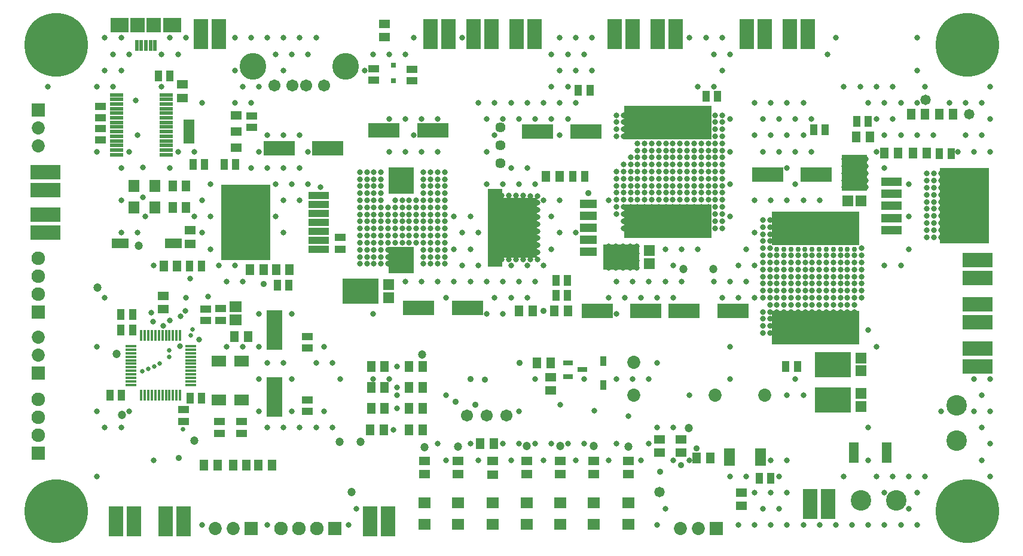
<source format=gts>
G04*
G04 #@! TF.GenerationSoftware,Altium Limited,Altium Designer,21.7.2 (23)*
G04*
G04 Layer_Color=8388736*
%FSLAX25Y25*%
%MOIN*%
G70*
G04*
G04 #@! TF.SameCoordinates,B7E76543-6187-4393-8A72-02BF7DF05099*
G04*
G04*
G04 #@! TF.FilePolarity,Negative*
G04*
G01*
G75*
%ADD21R,0.08674X0.22453*%
%ADD22R,0.08280X0.05918*%
%ADD23R,0.09461X0.05524*%
%ADD24R,0.04737X0.06312*%
%ADD25R,0.06312X0.04737*%
%ADD26R,0.05500X0.11200*%
%ADD27R,0.06706X0.06312*%
%ADD28R,0.06312X0.06706*%
%ADD29R,0.48831X0.18713*%
%ADD30R,0.06587X0.05859*%
%ADD31R,0.09855X0.08280*%
%ADD32R,0.07887X0.08280*%
%ADD33R,0.01968X0.05906*%
%ADD34R,0.05721X0.03162*%
%ADD35R,0.07244X0.02323*%
%ADD36R,0.06312X0.01981*%
%ADD37R,0.27769X0.42139*%
%ADD38R,0.11824X0.04934*%
%ADD39R,0.09304X0.05013*%
%ADD40R,0.08320X0.43320*%
%ADD41R,0.20800X0.33595*%
%ADD42R,0.05918X0.13595*%
%ADD43R,0.05918X0.04540*%
%ADD44R,0.01575X0.06201*%
%ADD45R,0.06201X0.01575*%
%ADD46R,0.11824X0.04343*%
%ADD47R,0.03162X0.03162*%
%ADD48R,0.03753X0.05524*%
%ADD49R,0.06272X0.06312*%
%ADD50R,0.14028X0.19934*%
%ADD51R,0.06312X0.06272*%
%ADD52R,0.19934X0.14028*%
%ADD53R,0.04383X0.06272*%
%ADD54R,0.06272X0.04383*%
%ADD55R,0.17335X0.07887*%
%ADD56R,0.14186X0.14973*%
%ADD57C,0.05682*%
%ADD58C,0.07296*%
%ADD59R,0.08477X0.16548*%
%ADD60R,0.07591X0.07591*%
%ADD61C,0.07591*%
%ADD62R,0.07591X0.07591*%
%ADD63C,0.14855*%
%ADD64C,0.06706*%
%ADD65R,0.07296X0.07296*%
%ADD66R,0.07296X0.07296*%
%ADD67R,0.16548X0.08477*%
%ADD68C,0.11430*%
%ADD69C,0.06753*%
%ADD70C,0.35433*%
%ADD71C,0.04737*%
%ADD72C,0.02562*%
%ADD73C,0.03162*%
%ADD74C,0.02992*%
%ADD75C,0.03556*%
%ADD76C,0.05800*%
D21*
X-403937Y-213976D02*
D03*
Y-176575D02*
D03*
D22*
X-422146Y-215650D02*
D03*
Y-193996D02*
D03*
X-434744D02*
D03*
Y-215650D02*
D03*
D23*
X-489764Y-128445D02*
D03*
X-460236D02*
D03*
D24*
X-350000Y-196850D02*
D03*
X-342520D02*
D03*
X-267421Y-166043D02*
D03*
X-259941D02*
D03*
X-417395Y-142935D02*
D03*
X-409915D02*
D03*
X-244980Y-91043D02*
D03*
X-252461D02*
D03*
X-328740Y-196850D02*
D03*
X-321260D02*
D03*
X-460630Y-108268D02*
D03*
X-453150D02*
D03*
X-460630Y-96457D02*
D03*
X-453150D02*
D03*
X-47736Y-78150D02*
D03*
X-40256D02*
D03*
X-56299Y-77953D02*
D03*
X-63779D02*
D03*
X-72047Y-69095D02*
D03*
X-79528D02*
D03*
X-161024Y-248130D02*
D03*
X-168504D02*
D03*
X-281693Y-240158D02*
D03*
X-289173D02*
D03*
X-247736Y-166043D02*
D03*
X-240256D02*
D03*
X-405315Y-251969D02*
D03*
X-412795D02*
D03*
X-418701Y-180315D02*
D03*
X-426181D02*
D03*
X-426968Y-251969D02*
D03*
X-419488D02*
D03*
X-443110D02*
D03*
X-435630D02*
D03*
X-458071Y-141043D02*
D03*
X-465551D02*
D03*
X-403055Y-142935D02*
D03*
X-395575D02*
D03*
X-350000Y-220472D02*
D03*
X-342520D02*
D03*
X-350000Y-208661D02*
D03*
X-342520D02*
D03*
X-350394Y-232283D02*
D03*
X-342913D02*
D03*
X-48819Y-56299D02*
D03*
X-41339D02*
D03*
X-328740Y-220472D02*
D03*
X-321260D02*
D03*
X-328740Y-208661D02*
D03*
X-321260D02*
D03*
X-250000Y-194882D02*
D03*
X-257480D02*
D03*
X-328740Y-232283D02*
D03*
X-321260D02*
D03*
X-33071Y-56299D02*
D03*
X-25591D02*
D03*
D25*
X-282354Y-257168D02*
D03*
Y-249687D02*
D03*
X-455118Y-47244D02*
D03*
Y-39764D02*
D03*
X-342520Y-13386D02*
D03*
Y-5906D02*
D03*
X-143701Y-267323D02*
D03*
Y-274803D02*
D03*
X-189075Y-237598D02*
D03*
Y-245079D02*
D03*
X-177165Y-237598D02*
D03*
Y-245079D02*
D03*
X-466043Y-157677D02*
D03*
Y-165157D02*
D03*
X-450787Y-128543D02*
D03*
Y-121063D02*
D03*
X-250000Y-210433D02*
D03*
Y-202953D02*
D03*
X-301575Y-257087D02*
D03*
Y-249606D02*
D03*
X-320276Y-257087D02*
D03*
Y-249606D02*
D03*
X-206496Y-257087D02*
D03*
Y-249606D02*
D03*
X-225787Y-257087D02*
D03*
Y-249606D02*
D03*
X-244488Y-257087D02*
D03*
Y-249606D02*
D03*
X-263189Y-257087D02*
D03*
Y-249606D02*
D03*
D26*
X-62454Y-244882D02*
D03*
X-80853D02*
D03*
D27*
X-282354Y-284924D02*
D03*
Y-273113D02*
D03*
X-301575Y-284842D02*
D03*
Y-273031D02*
D03*
X-320276Y-284842D02*
D03*
Y-273031D02*
D03*
X-206496Y-284842D02*
D03*
Y-273031D02*
D03*
X-225787Y-284842D02*
D03*
Y-273031D02*
D03*
X-244488Y-284842D02*
D03*
Y-273031D02*
D03*
X-263189Y-284842D02*
D03*
Y-273031D02*
D03*
D28*
X-482283Y-108268D02*
D03*
X-470472D02*
D03*
X-482283Y-96457D02*
D03*
X-470472D02*
D03*
D29*
X-102067Y-120079D02*
D03*
Y-175197D02*
D03*
X-184547Y-60925D02*
D03*
Y-116043D02*
D03*
D30*
X-425591Y-171152D02*
D03*
Y-163494D02*
D03*
D31*
X-490354Y-6693D02*
D03*
X-460827D02*
D03*
D32*
X-480118D02*
D03*
X-471063D02*
D03*
D33*
X-480709Y-17913D02*
D03*
X-478150D02*
D03*
X-475591D02*
D03*
X-473032D02*
D03*
X-470472D02*
D03*
D34*
X-240354Y-195059D02*
D03*
Y-202579D02*
D03*
X-232087Y-198819D02*
D03*
D35*
X-464173Y-78839D02*
D03*
Y-76279D02*
D03*
Y-73721D02*
D03*
Y-71161D02*
D03*
Y-68602D02*
D03*
Y-66043D02*
D03*
Y-63484D02*
D03*
Y-60925D02*
D03*
Y-58366D02*
D03*
Y-55807D02*
D03*
Y-53248D02*
D03*
Y-50689D02*
D03*
Y-48130D02*
D03*
Y-45571D02*
D03*
X-491732D02*
D03*
Y-48130D02*
D03*
Y-50689D02*
D03*
Y-53248D02*
D03*
Y-55807D02*
D03*
Y-58366D02*
D03*
Y-60925D02*
D03*
Y-63484D02*
D03*
Y-66043D02*
D03*
Y-68602D02*
D03*
Y-71161D02*
D03*
Y-73721D02*
D03*
Y-76279D02*
D03*
Y-78839D02*
D03*
D36*
X-132874Y-243504D02*
D03*
Y-245472D02*
D03*
Y-247441D02*
D03*
Y-249409D02*
D03*
Y-251378D02*
D03*
X-150197D02*
D03*
Y-249409D02*
D03*
Y-247441D02*
D03*
Y-245472D02*
D03*
Y-243504D02*
D03*
D37*
X-19094Y-107480D02*
D03*
X-419958Y-116543D02*
D03*
D38*
X-59843Y-120866D02*
D03*
Y-114173D02*
D03*
Y-107480D02*
D03*
Y-100787D02*
D03*
Y-94095D02*
D03*
D39*
X-228744Y-132972D02*
D03*
Y-126279D02*
D03*
Y-119587D02*
D03*
Y-112894D02*
D03*
Y-106201D02*
D03*
D40*
X-280772Y-119587D02*
D03*
D41*
X-268012D02*
D03*
D42*
X-451575Y-66142D02*
D03*
D43*
X-425197Y-57126D02*
D03*
Y-66142D02*
D03*
Y-75157D02*
D03*
D44*
X-456496Y-213142D02*
D03*
X-458465D02*
D03*
X-460433D02*
D03*
X-462402D02*
D03*
X-464370D02*
D03*
X-466339D02*
D03*
X-468307D02*
D03*
X-470276D02*
D03*
X-472244D02*
D03*
X-474213D02*
D03*
X-476181D02*
D03*
X-478150D02*
D03*
Y-179772D02*
D03*
X-476181D02*
D03*
X-474213D02*
D03*
X-472244D02*
D03*
X-470276D02*
D03*
X-468307D02*
D03*
X-466339D02*
D03*
X-464370D02*
D03*
X-462402D02*
D03*
X-460433D02*
D03*
X-458465D02*
D03*
X-456496D02*
D03*
D45*
X-484008Y-207283D02*
D03*
Y-205315D02*
D03*
Y-203346D02*
D03*
Y-201378D02*
D03*
Y-199409D02*
D03*
Y-197441D02*
D03*
Y-195473D02*
D03*
Y-193504D02*
D03*
Y-191535D02*
D03*
Y-189567D02*
D03*
Y-187598D02*
D03*
Y-185630D02*
D03*
X-450638D02*
D03*
Y-187598D02*
D03*
Y-189567D02*
D03*
Y-191535D02*
D03*
Y-193504D02*
D03*
Y-195473D02*
D03*
Y-197441D02*
D03*
Y-199409D02*
D03*
Y-201378D02*
D03*
Y-203346D02*
D03*
Y-205315D02*
D03*
Y-207283D02*
D03*
D46*
X-379210Y-101543D02*
D03*
Y-106543D02*
D03*
Y-111543D02*
D03*
Y-116543D02*
D03*
Y-121543D02*
D03*
Y-126543D02*
D03*
Y-131543D02*
D03*
D47*
X-337402Y-37795D02*
D03*
Y-29134D02*
D03*
D48*
X-220472Y-207480D02*
D03*
Y-194095D02*
D03*
D49*
X-84114Y-104528D02*
D03*
X-76870D02*
D03*
D50*
X-80492Y-88850D02*
D03*
D51*
X-194953Y-139646D02*
D03*
Y-132402D02*
D03*
X-340353Y-158549D02*
D03*
Y-151305D02*
D03*
X-76842Y-219173D02*
D03*
Y-211929D02*
D03*
Y-199488D02*
D03*
Y-192244D02*
D03*
D52*
X-210630Y-136024D02*
D03*
X-356031Y-154927D02*
D03*
X-92520Y-215551D02*
D03*
Y-195866D02*
D03*
D53*
X-462126Y-35039D02*
D03*
X-468583D02*
D03*
X-26693Y-78248D02*
D03*
X-33150D02*
D03*
X-72756Y-60236D02*
D03*
X-79213D02*
D03*
X-103209Y-64862D02*
D03*
X-96752D02*
D03*
X-133543Y-259449D02*
D03*
X-127087D02*
D03*
X-156775Y-46420D02*
D03*
X-163232D02*
D03*
X-234409Y-43110D02*
D03*
X-227953D02*
D03*
X-246850Y-148917D02*
D03*
X-240394D02*
D03*
X-246850Y-157185D02*
D03*
X-240394D02*
D03*
X-402244Y-151673D02*
D03*
X-395787D02*
D03*
X-112323Y-197146D02*
D03*
X-118780D02*
D03*
X-449370Y-84252D02*
D03*
X-442913D02*
D03*
X-425591D02*
D03*
X-432047D02*
D03*
X-489449Y-168110D02*
D03*
X-482992D02*
D03*
X-489449Y-176772D02*
D03*
X-482992D02*
D03*
X-444410Y-214567D02*
D03*
X-450866D02*
D03*
X-495638Y-213011D02*
D03*
X-489182D02*
D03*
X-451083Y-141142D02*
D03*
X-444626D02*
D03*
X-231004Y-91043D02*
D03*
X-237461D02*
D03*
D54*
X-500787Y-64193D02*
D03*
Y-70650D02*
D03*
Y-58366D02*
D03*
Y-51909D02*
D03*
X-367323Y-131575D02*
D03*
Y-125118D02*
D03*
X-416535Y-63760D02*
D03*
Y-57303D02*
D03*
X-385433Y-186693D02*
D03*
Y-180236D02*
D03*
Y-222126D02*
D03*
Y-215669D02*
D03*
X-454724Y-227559D02*
D03*
Y-221102D02*
D03*
X-442126Y-164882D02*
D03*
Y-171339D02*
D03*
X-433858Y-164803D02*
D03*
Y-171260D02*
D03*
X-422244Y-227756D02*
D03*
Y-234213D02*
D03*
X-434646Y-227776D02*
D03*
Y-234232D02*
D03*
X-348425Y-31024D02*
D03*
Y-37480D02*
D03*
X-327165Y-31339D02*
D03*
Y-37795D02*
D03*
D55*
X-148327Y-166142D02*
D03*
X-175492D02*
D03*
X-101870Y-90158D02*
D03*
X-129035D02*
D03*
X-230118Y-66043D02*
D03*
X-257283D02*
D03*
X-224016Y-166043D02*
D03*
X-196850D02*
D03*
X-374213Y-75394D02*
D03*
X-401378D02*
D03*
X-342815Y-65256D02*
D03*
X-315650D02*
D03*
X-323425Y-164272D02*
D03*
X-296260D02*
D03*
D56*
X-333268Y-137697D02*
D03*
Y-93209D02*
D03*
D57*
X-278051Y-63622D02*
D03*
Y-73622D02*
D03*
Y-83622D02*
D03*
D58*
X-203543Y-194587D02*
D03*
X-130709Y-213090D02*
D03*
X-158268D02*
D03*
X-203543D02*
D03*
X-535433Y-64016D02*
D03*
Y-74016D02*
D03*
X-167480Y-287402D02*
D03*
X-177480D02*
D03*
X-535433Y-190551D02*
D03*
Y-180551D02*
D03*
X-427008Y-287402D02*
D03*
X-437008D02*
D03*
D59*
X-105276Y-273622D02*
D03*
X-95276D02*
D03*
X-445039Y-11811D02*
D03*
X-435039D02*
D03*
X-464567Y-283465D02*
D03*
X-454567D02*
D03*
X-492126D02*
D03*
X-482126D02*
D03*
X-340394D02*
D03*
X-350394D02*
D03*
X-140438Y-11811D02*
D03*
X-130438D02*
D03*
X-116438D02*
D03*
X-106438D02*
D03*
X-190177D02*
D03*
X-180177D02*
D03*
X-214177D02*
D03*
X-204177D02*
D03*
X-292752D02*
D03*
X-282752D02*
D03*
X-316752D02*
D03*
X-306752D02*
D03*
X-268752D02*
D03*
X-258752D02*
D03*
D60*
X-370079Y-287402D02*
D03*
D61*
X-380079D02*
D03*
X-390079D02*
D03*
X-400079D02*
D03*
X-535433Y-156693D02*
D03*
Y-146693D02*
D03*
Y-136693D02*
D03*
Y-235433D02*
D03*
Y-225433D02*
D03*
Y-215433D02*
D03*
D62*
Y-166693D02*
D03*
Y-245433D02*
D03*
D63*
X-415906Y-29528D02*
D03*
X-364173D02*
D03*
D64*
X-403819Y-40197D02*
D03*
X-393976D02*
D03*
X-386102D02*
D03*
X-376260D02*
D03*
D65*
X-535433Y-54016D02*
D03*
Y-200551D02*
D03*
D66*
X-157480Y-287402D02*
D03*
X-417008D02*
D03*
D67*
X-531496Y-98583D02*
D03*
Y-88583D02*
D03*
Y-122205D02*
D03*
Y-112205D02*
D03*
X-11811Y-137638D02*
D03*
Y-147638D02*
D03*
Y-162402D02*
D03*
Y-172402D02*
D03*
Y-197008D02*
D03*
Y-187008D02*
D03*
D68*
X-23622Y-218504D02*
D03*
Y-238189D02*
D03*
X-57087Y-271654D02*
D03*
X-76772D02*
D03*
D69*
X-274410Y-224410D02*
D03*
X-285433D02*
D03*
X-296457D02*
D03*
D70*
X-17717Y-17717D02*
D03*
Y-277559D02*
D03*
X-525591D02*
D03*
Y-17717D02*
D03*
D71*
X-321498Y-190454D02*
D03*
X-448413Y-238360D02*
D03*
X-360827Y-266831D02*
D03*
X-502461Y-153051D02*
D03*
X-479724Y-129724D02*
D03*
X-367717Y-238976D02*
D03*
X-355811D02*
D03*
X-175765Y-142738D02*
D03*
X-159220D02*
D03*
X-172875Y-231399D02*
D03*
X-491732Y-190157D02*
D03*
X-488867Y-224035D02*
D03*
X-301575Y-241732D02*
D03*
X-320249Y-241839D02*
D03*
X-263093Y-241279D02*
D03*
X-206496Y-241732D02*
D03*
X-244488Y-241240D02*
D03*
X-225787Y-241240D02*
D03*
D72*
X-454921Y-231988D02*
D03*
X-467729Y-195242D02*
D03*
X-474251Y-198226D02*
D03*
X-470965Y-196852D02*
D03*
X-477470Y-199735D02*
D03*
X-449537Y-176311D02*
D03*
X-462577Y-187959D02*
D03*
X-462503Y-191788D02*
D03*
X-450675Y-179569D02*
D03*
D73*
X-4921Y-40945D02*
D03*
X-9449Y-50000D02*
D03*
X-4921Y-59055D02*
D03*
X-9449Y-68110D02*
D03*
X-4921Y-77165D02*
D03*
Y-203937D02*
D03*
X-9449Y-212992D02*
D03*
X-4921Y-222047D02*
D03*
X-9449Y-231102D02*
D03*
X-4921Y-240157D02*
D03*
X-9449Y-249213D02*
D03*
X-4921Y-258268D02*
D03*
X-18504Y-50000D02*
D03*
Y-68110D02*
D03*
X-13976Y-77165D02*
D03*
Y-203937D02*
D03*
Y-222047D02*
D03*
X-27559Y-50000D02*
D03*
X-23031Y-77165D02*
D03*
X-36614Y-68110D02*
D03*
X-32087Y-222047D02*
D03*
X-45669Y-13779D02*
D03*
Y-31890D02*
D03*
X-41142Y-40945D02*
D03*
X-45669Y-50000D02*
D03*
Y-68110D02*
D03*
X-41142Y-258268D02*
D03*
X-45669Y-267323D02*
D03*
Y-285433D02*
D03*
X-54724Y-50000D02*
D03*
Y-68110D02*
D03*
X-50197Y-95275D02*
D03*
Y-113386D02*
D03*
Y-131496D02*
D03*
X-54724Y-140551D02*
D03*
X-50197Y-258268D02*
D03*
Y-276378D02*
D03*
X-54724Y-285433D02*
D03*
X-59252Y-40945D02*
D03*
X-63779Y-50000D02*
D03*
X-59252Y-59055D02*
D03*
X-63779Y-68110D02*
D03*
Y-86220D02*
D03*
Y-140551D02*
D03*
X-59252Y-258268D02*
D03*
X-63779Y-267323D02*
D03*
Y-285433D02*
D03*
X-68307Y-40945D02*
D03*
X-72834Y-50000D02*
D03*
X-68307Y-59055D02*
D03*
Y-77165D02*
D03*
X-72834Y-176772D02*
D03*
X-68307Y-185827D02*
D03*
X-72834Y-231102D02*
D03*
Y-249213D02*
D03*
X-68307Y-258268D02*
D03*
X-72834Y-285433D02*
D03*
X-77362Y-40945D02*
D03*
X-81890Y-285433D02*
D03*
X-90945Y-13779D02*
D03*
X-86417Y-40945D02*
D03*
Y-258268D02*
D03*
X-90945Y-285433D02*
D03*
X-95472Y-22835D02*
D03*
X-100000Y-104331D02*
D03*
Y-285433D02*
D03*
X-109055Y-50000D02*
D03*
X-104527Y-59055D02*
D03*
X-109055Y-68110D02*
D03*
X-104527Y-77165D02*
D03*
X-109055Y-104331D02*
D03*
Y-212992D02*
D03*
Y-285433D02*
D03*
X-118110Y-50000D02*
D03*
X-113583Y-59055D02*
D03*
X-118110Y-68110D02*
D03*
X-113583Y-77165D02*
D03*
X-118110Y-86220D02*
D03*
X-113583Y-95275D02*
D03*
X-118110Y-104331D02*
D03*
X-113583Y-203937D02*
D03*
X-118110Y-212992D02*
D03*
Y-249213D02*
D03*
Y-267323D02*
D03*
Y-285433D02*
D03*
X-127165Y-50000D02*
D03*
X-122638Y-59055D02*
D03*
X-127165Y-68110D02*
D03*
X-122638Y-77165D02*
D03*
X-127165Y-104331D02*
D03*
Y-249213D02*
D03*
X-122638Y-258268D02*
D03*
X-127165Y-267323D02*
D03*
X-122638Y-276378D02*
D03*
X-127165Y-285433D02*
D03*
X-136220Y-50000D02*
D03*
X-131693Y-59055D02*
D03*
X-136220Y-68110D02*
D03*
X-131693Y-77165D02*
D03*
X-136220Y-104331D02*
D03*
Y-122441D02*
D03*
Y-140551D02*
D03*
Y-158661D02*
D03*
Y-267323D02*
D03*
X-131693Y-276378D02*
D03*
X-136220Y-285433D02*
D03*
X-140748Y-131496D02*
D03*
X-145275Y-140551D02*
D03*
X-140748Y-149606D02*
D03*
X-145275Y-158661D02*
D03*
X-140748Y-258268D02*
D03*
X-145275Y-285433D02*
D03*
X-154331Y-13779D02*
D03*
X-149803Y-22835D02*
D03*
X-154331Y-31890D02*
D03*
X-149803Y-59055D02*
D03*
Y-77165D02*
D03*
Y-95275D02*
D03*
Y-113386D02*
D03*
Y-149606D02*
D03*
X-154331Y-158661D02*
D03*
X-149803Y-185827D02*
D03*
Y-203937D02*
D03*
Y-258268D02*
D03*
X-163386Y-13779D02*
D03*
X-158858Y-22835D02*
D03*
Y-40945D02*
D03*
Y-149606D02*
D03*
X-172441Y-13779D02*
D03*
X-167913Y-40945D02*
D03*
Y-131496D02*
D03*
X-172441Y-212992D02*
D03*
Y-249213D02*
D03*
X-176968Y-131496D02*
D03*
X-181496Y-140551D02*
D03*
X-176968Y-149606D02*
D03*
X-181496Y-158661D02*
D03*
Y-231102D02*
D03*
Y-249213D02*
D03*
X-186023Y-131496D02*
D03*
Y-149606D02*
D03*
X-190551Y-158661D02*
D03*
Y-194882D02*
D03*
Y-231102D02*
D03*
X-186023Y-276378D02*
D03*
X-190551Y-285433D02*
D03*
X-195079Y-149606D02*
D03*
X-199606Y-158661D02*
D03*
X-195079Y-203937D02*
D03*
Y-240157D02*
D03*
X-199606Y-249213D02*
D03*
X-204134Y-149606D02*
D03*
X-208661Y-158661D02*
D03*
X-204134Y-203937D02*
D03*
X-217716Y-104331D02*
D03*
X-213189Y-149606D02*
D03*
X-217716Y-158661D02*
D03*
X-213189Y-167717D02*
D03*
Y-203937D02*
D03*
Y-240157D02*
D03*
X-217716Y-249213D02*
D03*
X-226771Y-13779D02*
D03*
Y-31890D02*
D03*
X-235827Y-13779D02*
D03*
X-231299Y-22835D02*
D03*
X-235827Y-31890D02*
D03*
Y-50000D02*
D03*
Y-122441D02*
D03*
X-231299Y-203937D02*
D03*
Y-240157D02*
D03*
X-235827Y-249213D02*
D03*
X-244882Y-13779D02*
D03*
X-240354Y-22835D02*
D03*
X-244882Y-31890D02*
D03*
X-240354Y-40945D02*
D03*
X-244882Y-50000D02*
D03*
X-240354Y-59055D02*
D03*
X-244882Y-68110D02*
D03*
Y-104331D02*
D03*
Y-122441D02*
D03*
X-240354Y-240157D02*
D03*
X-249409Y-22835D02*
D03*
Y-40945D02*
D03*
X-253937Y-50000D02*
D03*
X-249409Y-59055D02*
D03*
X-253937Y-104331D02*
D03*
X-249409Y-113386D02*
D03*
Y-131496D02*
D03*
X-253937Y-140551D02*
D03*
X-249409Y-240157D02*
D03*
X-253937Y-249213D02*
D03*
X-262992Y-50000D02*
D03*
X-258464Y-59055D02*
D03*
X-262992Y-86220D02*
D03*
X-258464Y-95275D02*
D03*
X-262992Y-140551D02*
D03*
X-258464Y-149606D02*
D03*
X-262992Y-158661D02*
D03*
X-258464Y-203937D02*
D03*
Y-240157D02*
D03*
X-272047Y-50000D02*
D03*
X-267520Y-59055D02*
D03*
X-272047Y-86220D02*
D03*
X-267520Y-95275D02*
D03*
X-272047Y-140551D02*
D03*
X-267520Y-149606D02*
D03*
X-272047Y-158661D02*
D03*
X-267520Y-222047D02*
D03*
Y-240157D02*
D03*
X-272047Y-249213D02*
D03*
X-281102Y-50000D02*
D03*
X-276575Y-59055D02*
D03*
X-281102Y-68110D02*
D03*
X-276575Y-95275D02*
D03*
Y-149606D02*
D03*
X-281102Y-158661D02*
D03*
X-276575Y-167717D02*
D03*
Y-240157D02*
D03*
X-290157Y-50000D02*
D03*
X-285630Y-59055D02*
D03*
Y-77165D02*
D03*
Y-95275D02*
D03*
X-290157Y-122441D02*
D03*
Y-140551D02*
D03*
X-285630Y-149606D02*
D03*
Y-167717D02*
D03*
X-290157Y-249213D02*
D03*
X-299213Y-13779D02*
D03*
X-294685Y-113386D02*
D03*
X-299213Y-122441D02*
D03*
X-294685Y-131496D02*
D03*
X-299213Y-140551D02*
D03*
X-294685Y-149606D02*
D03*
Y-240157D02*
D03*
X-303740Y-113386D02*
D03*
Y-131496D02*
D03*
Y-149606D02*
D03*
X-308268Y-158661D02*
D03*
Y-212992D02*
D03*
Y-249213D02*
D03*
X-312795Y-59055D02*
D03*
Y-77165D02*
D03*
Y-149606D02*
D03*
Y-240157D02*
D03*
X-326378Y-13779D02*
D03*
X-321850Y-59055D02*
D03*
X-326378Y-68110D02*
D03*
X-321850Y-77165D02*
D03*
Y-149606D02*
D03*
X-330905Y-22835D02*
D03*
Y-59055D02*
D03*
Y-77165D02*
D03*
Y-149606D02*
D03*
X-335433Y-212992D02*
D03*
X-339961Y-22835D02*
D03*
Y-59055D02*
D03*
Y-77165D02*
D03*
Y-203937D02*
D03*
X-349016Y-22835D02*
D03*
X-353543Y-31890D02*
D03*
X-349016Y-167717D02*
D03*
Y-203937D02*
D03*
X-358071Y-276378D02*
D03*
X-362598Y-285433D02*
D03*
X-371654Y-194882D02*
D03*
X-367126Y-203937D02*
D03*
X-371654Y-231102D02*
D03*
X-380709Y-13779D02*
D03*
X-376181Y-185827D02*
D03*
X-380709Y-194882D02*
D03*
X-376181Y-222047D02*
D03*
X-380709Y-231102D02*
D03*
X-389764Y-13779D02*
D03*
X-385236Y-22835D02*
D03*
X-389764Y-68110D02*
D03*
X-385236Y-77165D02*
D03*
X-389764Y-86220D02*
D03*
X-385236Y-95275D02*
D03*
X-389764Y-104331D02*
D03*
Y-231102D02*
D03*
X-398819Y-13779D02*
D03*
X-394291Y-22835D02*
D03*
X-398819Y-31890D02*
D03*
Y-68110D02*
D03*
Y-86220D02*
D03*
X-394291Y-95275D02*
D03*
X-398819Y-104331D02*
D03*
Y-122441D02*
D03*
X-394291Y-167717D02*
D03*
X-398819Y-194882D02*
D03*
X-394291Y-203937D02*
D03*
Y-222047D02*
D03*
X-398819Y-231102D02*
D03*
X-407874Y-13779D02*
D03*
X-403346Y-22835D02*
D03*
X-407874Y-68110D02*
D03*
Y-86220D02*
D03*
X-403346Y-95275D02*
D03*
Y-113386D02*
D03*
X-407874Y-194882D02*
D03*
Y-231102D02*
D03*
Y-285433D02*
D03*
X-416929Y-13779D02*
D03*
X-412401Y-40945D02*
D03*
X-416929Y-50000D02*
D03*
X-412401Y-77165D02*
D03*
X-416929Y-86220D02*
D03*
X-412401Y-167717D02*
D03*
Y-185827D02*
D03*
Y-203937D02*
D03*
Y-222047D02*
D03*
X-425984Y-13779D02*
D03*
Y-31890D02*
D03*
X-421457Y-40945D02*
D03*
X-425984Y-50000D02*
D03*
Y-140551D02*
D03*
X-421457Y-149606D02*
D03*
Y-185827D02*
D03*
X-435039Y-140551D02*
D03*
X-430512Y-149606D02*
D03*
Y-185827D02*
D03*
X-444094Y-50000D02*
D03*
X-439567Y-95275D02*
D03*
X-444094Y-104331D02*
D03*
X-439567Y-113386D02*
D03*
X-444094Y-122441D02*
D03*
X-439567Y-131496D02*
D03*
X-444094Y-285433D02*
D03*
X-453150Y-13779D02*
D03*
X-448622Y-77165D02*
D03*
Y-113386D02*
D03*
X-453150Y-158661D02*
D03*
X-462205Y-13779D02*
D03*
X-457677Y-22835D02*
D03*
Y-77165D02*
D03*
X-462205Y-86220D02*
D03*
X-466732Y-22835D02*
D03*
Y-40945D02*
D03*
X-471260Y-140551D02*
D03*
Y-249213D02*
D03*
X-480315Y-68110D02*
D03*
X-475787Y-113386D02*
D03*
X-480315Y-122441D02*
D03*
X-489370Y-13779D02*
D03*
X-484842Y-22835D02*
D03*
X-489370Y-31890D02*
D03*
X-484842Y-77165D02*
D03*
X-489370Y-86220D02*
D03*
Y-104331D02*
D03*
Y-122441D02*
D03*
X-484842Y-222047D02*
D03*
X-489370Y-231102D02*
D03*
X-498425Y-13779D02*
D03*
X-493898Y-22835D02*
D03*
X-498425Y-31890D02*
D03*
X-493898Y-40945D02*
D03*
X-498425Y-158661D02*
D03*
Y-231102D02*
D03*
X-502953Y-40945D02*
D03*
Y-77165D02*
D03*
Y-185827D02*
D03*
Y-222047D02*
D03*
Y-258268D02*
D03*
X-530118Y-40945D02*
D03*
X-471528Y-171902D02*
D03*
X-462325Y-171164D02*
D03*
X-472423Y-166978D02*
D03*
X-86115Y-211245D02*
D03*
X-93989Y-215182D02*
D03*
X-97926Y-211245D02*
D03*
X-93989Y-219119D02*
D03*
X-90052Y-215182D02*
D03*
X-86115Y-219119D02*
D03*
X-93989Y-211245D02*
D03*
X-90052D02*
D03*
X-97926Y-219119D02*
D03*
X-97926Y-215182D02*
D03*
X-86115D02*
D03*
X-90052Y-219119D02*
D03*
X-94055Y-195664D02*
D03*
X-97992Y-199601D02*
D03*
X-90118Y-195664D02*
D03*
X-97992Y-191727D02*
D03*
X-90118D02*
D03*
X-86181Y-195664D02*
D03*
Y-199601D02*
D03*
Y-191727D02*
D03*
X-94055D02*
D03*
Y-199601D02*
D03*
X-97992Y-195664D02*
D03*
X-90118Y-199601D02*
D03*
X-316929Y-96457D02*
D03*
X-320866D02*
D03*
X-352362Y-92520D02*
D03*
X-356299D02*
D03*
X-348425D02*
D03*
X-344488D02*
D03*
X-328740D02*
D03*
X-332677D02*
D03*
X-336614D02*
D03*
X-316929D02*
D03*
X-320866D02*
D03*
Y-88583D02*
D03*
X-316929D02*
D03*
X-336614D02*
D03*
X-332677D02*
D03*
X-328740D02*
D03*
X-344488D02*
D03*
X-348425D02*
D03*
X-356299D02*
D03*
X-352362D02*
D03*
Y-96457D02*
D03*
X-356299D02*
D03*
X-332677D02*
D03*
X-336614D02*
D03*
X-344488D02*
D03*
X-348425D02*
D03*
X-328740D02*
D03*
X-312992D02*
D03*
X-309055D02*
D03*
Y-88583D02*
D03*
X-312992D02*
D03*
Y-92520D02*
D03*
X-309055D02*
D03*
X-312992Y-104331D02*
D03*
X-309055D02*
D03*
Y-112205D02*
D03*
X-312992D02*
D03*
Y-108268D02*
D03*
X-309055D02*
D03*
Y-124016D02*
D03*
X-312992D02*
D03*
Y-127953D02*
D03*
X-309055D02*
D03*
Y-120079D02*
D03*
X-312992D02*
D03*
Y-116142D02*
D03*
X-309055D02*
D03*
Y-135827D02*
D03*
X-312992D02*
D03*
Y-131890D02*
D03*
X-309055D02*
D03*
Y-100394D02*
D03*
Y-139764D02*
D03*
X-312992Y-100394D02*
D03*
Y-139764D02*
D03*
X-328740D02*
D03*
X-340551D02*
D03*
X-348425D02*
D03*
X-344488D02*
D03*
X-336614D02*
D03*
X-332677D02*
D03*
X-348425Y-100394D02*
D03*
X-356299Y-139764D02*
D03*
Y-100394D02*
D03*
X-344488D02*
D03*
X-352362Y-139764D02*
D03*
Y-100394D02*
D03*
Y-131890D02*
D03*
X-356299D02*
D03*
X-348425D02*
D03*
X-344488D02*
D03*
X-328740D02*
D03*
X-332677D02*
D03*
X-340551D02*
D03*
X-336614D02*
D03*
X-316929D02*
D03*
X-320866D02*
D03*
Y-135827D02*
D03*
X-316929D02*
D03*
X-336614D02*
D03*
X-340551D02*
D03*
X-332677D02*
D03*
X-328740D02*
D03*
X-344488D02*
D03*
X-348425D02*
D03*
X-356299D02*
D03*
X-352362D02*
D03*
X-320866Y-139764D02*
D03*
X-316929D02*
D03*
X-352362Y-116142D02*
D03*
X-356299D02*
D03*
X-348425D02*
D03*
X-344488D02*
D03*
X-328740D02*
D03*
X-332677D02*
D03*
X-340551D02*
D03*
X-336614D02*
D03*
X-316929D02*
D03*
X-324803D02*
D03*
X-320866D02*
D03*
Y-120079D02*
D03*
X-324803D02*
D03*
X-316929D02*
D03*
X-336614D02*
D03*
X-340551D02*
D03*
X-332677D02*
D03*
X-328740D02*
D03*
X-344488D02*
D03*
X-348425D02*
D03*
X-356299D02*
D03*
X-352362D02*
D03*
Y-127953D02*
D03*
X-356299D02*
D03*
X-348425D02*
D03*
X-344488D02*
D03*
X-328740D02*
D03*
X-332677D02*
D03*
X-340551D02*
D03*
X-336614D02*
D03*
X-316929D02*
D03*
X-324803D02*
D03*
X-320866D02*
D03*
Y-124016D02*
D03*
X-324803D02*
D03*
X-316929D02*
D03*
X-336614D02*
D03*
X-340551D02*
D03*
X-332677D02*
D03*
X-328740D02*
D03*
X-344488D02*
D03*
X-348425D02*
D03*
X-356299D02*
D03*
X-352362D02*
D03*
Y-108268D02*
D03*
X-356299D02*
D03*
X-348425D02*
D03*
X-344488D02*
D03*
X-328740D02*
D03*
X-332677D02*
D03*
X-340551D02*
D03*
X-336614D02*
D03*
X-316929D02*
D03*
X-324803D02*
D03*
X-320866D02*
D03*
Y-112205D02*
D03*
X-324803D02*
D03*
X-316929D02*
D03*
X-336614D02*
D03*
X-340551D02*
D03*
X-332677D02*
D03*
X-328740D02*
D03*
X-344488D02*
D03*
X-348425D02*
D03*
X-356299D02*
D03*
X-352362D02*
D03*
Y-104331D02*
D03*
X-356299D02*
D03*
X-348425D02*
D03*
X-344488D02*
D03*
X-328740D02*
D03*
X-332677D02*
D03*
X-336614D02*
D03*
X-316929D02*
D03*
X-324803D02*
D03*
X-320866D02*
D03*
Y-100394D02*
D03*
X-316929D02*
D03*
X-181744Y-108027D02*
D03*
X-189618Y-104090D02*
D03*
X-193555D02*
D03*
X-197492D02*
D03*
X-185681D02*
D03*
X-201429D02*
D03*
X-185681Y-108027D02*
D03*
X-201429D02*
D03*
X-189618D02*
D03*
X-197492D02*
D03*
X-193555D02*
D03*
X-177807D02*
D03*
X-181744Y-104090D02*
D03*
X-177807D02*
D03*
X-173870Y-115901D02*
D03*
X-209303D02*
D03*
X-205366D02*
D03*
X-201429D02*
D03*
X-185681D02*
D03*
X-193555D02*
D03*
X-177807D02*
D03*
X-181744D02*
D03*
X-197492D02*
D03*
X-189618D02*
D03*
X-154185D02*
D03*
X-162059D02*
D03*
X-169933D02*
D03*
X-165996D02*
D03*
X-158122D02*
D03*
X-154185Y-108027D02*
D03*
X-162059D02*
D03*
X-165996D02*
D03*
X-158122D02*
D03*
X-154185Y-100153D02*
D03*
X-158122D02*
D03*
X-165996D02*
D03*
X-162059D02*
D03*
X-154185Y-104090D02*
D03*
X-165996D02*
D03*
X-162059D02*
D03*
X-158122D02*
D03*
X-154185Y-119838D02*
D03*
X-189618D02*
D03*
X-173870D02*
D03*
X-181744D02*
D03*
X-177807D02*
D03*
X-158122D02*
D03*
X-162059D02*
D03*
X-165996D02*
D03*
X-169933D02*
D03*
X-185681D02*
D03*
X-197492D02*
D03*
X-205366D02*
D03*
X-201429D02*
D03*
X-193555D02*
D03*
X-209303D02*
D03*
X-213240Y-111964D02*
D03*
X-189618D02*
D03*
X-181744D02*
D03*
X-177807D02*
D03*
X-173870D02*
D03*
X-169933D02*
D03*
X-165996D02*
D03*
X-185681D02*
D03*
X-154185D02*
D03*
X-162059D02*
D03*
X-158122D02*
D03*
X-209303D02*
D03*
X-205366D02*
D03*
X-201429D02*
D03*
X-197492D02*
D03*
X-193555D02*
D03*
X-213240Y-104090D02*
D03*
X-205366D02*
D03*
X-209303D02*
D03*
Y-108027D02*
D03*
X-213240D02*
D03*
X-205366D02*
D03*
X-213240Y-100153D02*
D03*
X-201429D02*
D03*
X-193555D02*
D03*
X-197492D02*
D03*
X-189618D02*
D03*
X-205366D02*
D03*
X-209303D02*
D03*
X-173870Y-108027D02*
D03*
X-169933D02*
D03*
X-173870Y-100153D02*
D03*
X-169933D02*
D03*
Y-104090D02*
D03*
X-173870D02*
D03*
X-177807Y-100153D02*
D03*
X-181744D02*
D03*
X-185681D02*
D03*
X-162059Y-64720D02*
D03*
X-165996Y-56846D02*
D03*
X-162059D02*
D03*
X-165996Y-64720D02*
D03*
Y-60783D02*
D03*
X-162059D02*
D03*
Y-68657D02*
D03*
X-154185D02*
D03*
X-158122D02*
D03*
X-154185Y-64720D02*
D03*
X-158122D02*
D03*
X-154185Y-60783D02*
D03*
X-158122D02*
D03*
Y-56846D02*
D03*
X-154185D02*
D03*
X-213240Y-68657D02*
D03*
Y-60783D02*
D03*
Y-64720D02*
D03*
Y-56846D02*
D03*
X-177807Y-64720D02*
D03*
X-185681D02*
D03*
X-181744D02*
D03*
X-189618D02*
D03*
X-209303Y-68657D02*
D03*
X-205366Y-64720D02*
D03*
X-209303Y-60783D02*
D03*
X-205366D02*
D03*
Y-56846D02*
D03*
X-209303D02*
D03*
Y-64720D02*
D03*
X-205366Y-68657D02*
D03*
X-201429Y-56846D02*
D03*
Y-68657D02*
D03*
Y-64720D02*
D03*
X-197492D02*
D03*
X-193555D02*
D03*
X-197492Y-60783D02*
D03*
X-193555D02*
D03*
X-189618D02*
D03*
X-201429D02*
D03*
X-185681D02*
D03*
X-193555Y-68657D02*
D03*
X-189618D02*
D03*
X-181744D02*
D03*
X-185681D02*
D03*
X-197492D02*
D03*
X-181744Y-60783D02*
D03*
X-173870Y-64720D02*
D03*
Y-56846D02*
D03*
X-177807D02*
D03*
Y-60783D02*
D03*
X-173870D02*
D03*
X-169933Y-64720D02*
D03*
Y-60783D02*
D03*
Y-68657D02*
D03*
X-165996D02*
D03*
X-173870D02*
D03*
X-169933Y-56846D02*
D03*
X-177807Y-68657D02*
D03*
X-193555Y-56846D02*
D03*
X-197492D02*
D03*
X-185681D02*
D03*
X-189618D02*
D03*
X-181744D02*
D03*
X-213240Y-88342D02*
D03*
X-209303D02*
D03*
X-205366D02*
D03*
X-201429D02*
D03*
X-197492D02*
D03*
X-193555D02*
D03*
X-154185Y-96216D02*
D03*
X-165996D02*
D03*
X-169933D02*
D03*
X-162059D02*
D03*
X-158122D02*
D03*
X-169933Y-92279D02*
D03*
X-165996D02*
D03*
X-154185D02*
D03*
X-158122D02*
D03*
X-162059D02*
D03*
X-177807Y-96216D02*
D03*
X-173870D02*
D03*
Y-72594D02*
D03*
X-197492D02*
D03*
X-193555D02*
D03*
X-201429D02*
D03*
X-189618D02*
D03*
X-177807D02*
D03*
X-181744D02*
D03*
X-185681D02*
D03*
X-169933D02*
D03*
X-165996D02*
D03*
X-162059D02*
D03*
X-154185D02*
D03*
X-158122D02*
D03*
X-213240Y-96216D02*
D03*
X-193555D02*
D03*
X-185681D02*
D03*
X-189618D02*
D03*
X-181744D02*
D03*
X-209303D02*
D03*
X-205366D02*
D03*
X-201429D02*
D03*
X-197492D02*
D03*
X-154185Y-88342D02*
D03*
Y-84405D02*
D03*
X-158122D02*
D03*
Y-88342D02*
D03*
Y-80468D02*
D03*
Y-76531D02*
D03*
X-154185D02*
D03*
Y-80468D02*
D03*
X-181744Y-92279D02*
D03*
X-177807D02*
D03*
X-173870D02*
D03*
X-185681D02*
D03*
X-213240D02*
D03*
X-201429D02*
D03*
X-205366D02*
D03*
X-209303D02*
D03*
X-193555D02*
D03*
X-197492D02*
D03*
X-189618D02*
D03*
X-193555Y-84405D02*
D03*
X-197492D02*
D03*
X-201429D02*
D03*
X-181744D02*
D03*
X-185681D02*
D03*
X-177807D02*
D03*
X-205366D02*
D03*
X-209303D02*
D03*
X-189618D02*
D03*
X-201429Y-80468D02*
D03*
X-205366D02*
D03*
X-197492Y-76531D02*
D03*
X-189618D02*
D03*
X-193555D02*
D03*
X-185681D02*
D03*
X-181744D02*
D03*
X-177807D02*
D03*
X-201429D02*
D03*
X-173870Y-80468D02*
D03*
Y-84405D02*
D03*
X-165996D02*
D03*
X-169933D02*
D03*
X-162059D02*
D03*
X-173870Y-76531D02*
D03*
X-162059Y-80468D02*
D03*
X-169933D02*
D03*
X-165996D02*
D03*
Y-76531D02*
D03*
X-162059D02*
D03*
X-169933D02*
D03*
X-197492Y-80468D02*
D03*
X-177807D02*
D03*
X-193555D02*
D03*
X-181744D02*
D03*
X-189618D02*
D03*
X-185681D02*
D03*
X-189618Y-88342D02*
D03*
X-173870D02*
D03*
X-185681D02*
D03*
X-181744D02*
D03*
X-162059D02*
D03*
X-169933D02*
D03*
X-165996D02*
D03*
X-177807D02*
D03*
X-127726Y-119269D02*
D03*
X-131663D02*
D03*
X-123789D02*
D03*
X-119852D02*
D03*
X-104104D02*
D03*
X-108041D02*
D03*
X-115915D02*
D03*
X-111978D02*
D03*
X-92293D02*
D03*
X-100167D02*
D03*
X-96230D02*
D03*
Y-123206D02*
D03*
X-100167D02*
D03*
X-92293D02*
D03*
X-111978D02*
D03*
X-115915D02*
D03*
X-108041D02*
D03*
X-104104D02*
D03*
X-119852D02*
D03*
X-123789D02*
D03*
X-131663D02*
D03*
X-127726D02*
D03*
Y-115332D02*
D03*
X-131663D02*
D03*
X-123789D02*
D03*
X-119852D02*
D03*
X-104104D02*
D03*
X-108041D02*
D03*
X-115915D02*
D03*
X-111978D02*
D03*
X-92293D02*
D03*
X-100167D02*
D03*
X-96230D02*
D03*
X-92293Y-135017D02*
D03*
X-100167D02*
D03*
X-96230D02*
D03*
X-127726Y-131080D02*
D03*
X-131663D02*
D03*
X-96230Y-127143D02*
D03*
X-100167D02*
D03*
X-92293D02*
D03*
X-111978D02*
D03*
X-115915D02*
D03*
X-108041D02*
D03*
X-104104D02*
D03*
X-119852D02*
D03*
X-123789D02*
D03*
X-131663D02*
D03*
X-127726D02*
D03*
Y-135017D02*
D03*
X-131663D02*
D03*
X-108041D02*
D03*
X-111978D02*
D03*
X-119852D02*
D03*
X-123789D02*
D03*
X-115915D02*
D03*
X-104104D02*
D03*
X-80482D02*
D03*
X-76545D02*
D03*
X-88356D02*
D03*
X-84419D02*
D03*
Y-127143D02*
D03*
X-88356D02*
D03*
X-80482D02*
D03*
X-76545Y-131080D02*
D03*
X-80482Y-115332D02*
D03*
X-88356D02*
D03*
X-84419D02*
D03*
Y-123206D02*
D03*
X-88356D02*
D03*
X-80482D02*
D03*
Y-119269D02*
D03*
X-88356D02*
D03*
X-84419D02*
D03*
X-76545Y-142891D02*
D03*
X-80482D02*
D03*
X-88356D02*
D03*
X-84419D02*
D03*
Y-150765D02*
D03*
X-88356D02*
D03*
X-80482D02*
D03*
X-76545D02*
D03*
Y-146828D02*
D03*
X-80482D02*
D03*
X-88356D02*
D03*
X-84419D02*
D03*
Y-162576D02*
D03*
X-88356D02*
D03*
X-80482D02*
D03*
Y-166513D02*
D03*
X-88356D02*
D03*
X-84419D02*
D03*
Y-158639D02*
D03*
X-88356D02*
D03*
X-80482D02*
D03*
X-76545D02*
D03*
Y-154702D02*
D03*
X-80482D02*
D03*
X-88356D02*
D03*
X-84419D02*
D03*
Y-174387D02*
D03*
X-88356D02*
D03*
X-80482D02*
D03*
Y-170450D02*
D03*
X-88356D02*
D03*
X-84419D02*
D03*
Y-138954D02*
D03*
Y-178324D02*
D03*
X-76545Y-138954D02*
D03*
X-88356D02*
D03*
Y-178324D02*
D03*
X-80482Y-138954D02*
D03*
Y-178324D02*
D03*
X-104104D02*
D03*
X-115915D02*
D03*
X-123789D02*
D03*
X-119852D02*
D03*
X-111978D02*
D03*
X-108041D02*
D03*
X-104104Y-138954D02*
D03*
X-123789D02*
D03*
X-131663Y-178324D02*
D03*
Y-138954D02*
D03*
X-119852D02*
D03*
X-108041D02*
D03*
X-115915D02*
D03*
X-127726Y-178324D02*
D03*
Y-138954D02*
D03*
X-111978D02*
D03*
X-127726Y-170450D02*
D03*
X-131663D02*
D03*
X-123789D02*
D03*
X-119852D02*
D03*
X-104104D02*
D03*
X-108041D02*
D03*
X-115915D02*
D03*
X-111978D02*
D03*
X-92293D02*
D03*
X-100167D02*
D03*
X-96230D02*
D03*
Y-174387D02*
D03*
X-100167D02*
D03*
X-92293D02*
D03*
X-111978D02*
D03*
X-115915D02*
D03*
X-108041D02*
D03*
X-104104D02*
D03*
X-119852D02*
D03*
X-123789D02*
D03*
X-131663D02*
D03*
X-127726D02*
D03*
X-96230Y-178324D02*
D03*
X-100167D02*
D03*
X-92293D02*
D03*
X-127726Y-154702D02*
D03*
X-131663D02*
D03*
X-123789D02*
D03*
X-119852D02*
D03*
X-104104D02*
D03*
X-108041D02*
D03*
X-115915D02*
D03*
X-111978D02*
D03*
X-92293D02*
D03*
X-100167D02*
D03*
X-96230D02*
D03*
Y-158639D02*
D03*
X-100167D02*
D03*
X-92293D02*
D03*
X-111978D02*
D03*
X-115915D02*
D03*
X-108041D02*
D03*
X-104104D02*
D03*
X-119852D02*
D03*
X-123789D02*
D03*
X-131663D02*
D03*
X-127726D02*
D03*
Y-166513D02*
D03*
X-131663D02*
D03*
X-123789D02*
D03*
X-119852D02*
D03*
X-104104D02*
D03*
X-108041D02*
D03*
X-115915D02*
D03*
X-111978D02*
D03*
X-92293D02*
D03*
X-100167D02*
D03*
X-96230D02*
D03*
Y-162576D02*
D03*
X-100167D02*
D03*
X-92293D02*
D03*
X-111978D02*
D03*
X-115915D02*
D03*
X-108041D02*
D03*
X-104104D02*
D03*
X-119852D02*
D03*
X-123789D02*
D03*
X-127726D02*
D03*
Y-146828D02*
D03*
X-131663D02*
D03*
X-123789D02*
D03*
X-119852D02*
D03*
X-104104D02*
D03*
X-108041D02*
D03*
X-115915D02*
D03*
X-111978D02*
D03*
X-92293D02*
D03*
X-100167D02*
D03*
X-96230D02*
D03*
Y-150765D02*
D03*
X-100167D02*
D03*
X-92293D02*
D03*
X-111978D02*
D03*
X-115915D02*
D03*
X-108041D02*
D03*
X-104104D02*
D03*
X-119852D02*
D03*
X-123789D02*
D03*
X-131663D02*
D03*
X-127726D02*
D03*
Y-142891D02*
D03*
X-131663D02*
D03*
X-123789D02*
D03*
X-119852D02*
D03*
X-104104D02*
D03*
X-108041D02*
D03*
X-115915D02*
D03*
X-111978D02*
D03*
X-92293D02*
D03*
X-100167D02*
D03*
X-96230D02*
D03*
Y-138954D02*
D03*
X-100167D02*
D03*
X-92293D02*
D03*
X-337667Y-232203D02*
D03*
X-440945Y-157874D02*
D03*
X-450939Y-148082D02*
D03*
X-456502Y-185640D02*
D03*
X-445733Y-181939D02*
D03*
X-335433Y-208661D02*
D03*
Y-220472D02*
D03*
Y-196850D02*
D03*
X-244394Y-218460D02*
D03*
X-206458Y-224768D02*
D03*
X-225590Y-221654D02*
D03*
X-465748Y-174409D02*
D03*
X-456299Y-168898D02*
D03*
X-453543Y-166142D02*
D03*
X-477165Y-102756D02*
D03*
Y-85827D02*
D03*
X-481102Y-48622D02*
D03*
X-378150Y-96850D02*
D03*
X-359646Y-158957D02*
D03*
X-355709D02*
D03*
X-351772D02*
D03*
X-355709Y-155020D02*
D03*
X-359646D02*
D03*
X-347835D02*
D03*
X-363583Y-158957D02*
D03*
X-351772Y-155020D02*
D03*
X-355709Y-151083D02*
D03*
X-347835Y-158957D02*
D03*
X-363583Y-151083D02*
D03*
X-347835D02*
D03*
X-359646D02*
D03*
X-351772D02*
D03*
X-363583Y-155020D02*
D03*
X-78248Y-97146D02*
D03*
Y-89272D02*
D03*
X-86122Y-85335D02*
D03*
X-74311D02*
D03*
X-82185Y-89272D02*
D03*
X-74311Y-81398D02*
D03*
X-82185D02*
D03*
X-82185Y-93209D02*
D03*
X-74311Y-89272D02*
D03*
X-86122Y-97146D02*
D03*
X-78248Y-85335D02*
D03*
X-86122Y-93209D02*
D03*
Y-89272D02*
D03*
X-82185Y-85335D02*
D03*
X-74311Y-93209D02*
D03*
Y-97146D02*
D03*
X-78248Y-93209D02*
D03*
X-82185Y-97146D02*
D03*
X-86122Y-81398D02*
D03*
X-78248D02*
D03*
X-40256Y-124902D02*
D03*
X-36319D02*
D03*
X-32382D02*
D03*
X-40256Y-120965D02*
D03*
X-36319D02*
D03*
X-32382D02*
D03*
X-40256Y-117027D02*
D03*
X-36319D02*
D03*
X-40256Y-113091D02*
D03*
X-36319D02*
D03*
X-40256Y-109153D02*
D03*
X-36319D02*
D03*
X-32382D02*
D03*
X-28445Y-105217D02*
D03*
X-20571Y-105217D02*
D03*
X-24508Y-105217D02*
D03*
X-28445Y-101279D02*
D03*
X-20571Y-101279D02*
D03*
X-24508Y-101279D02*
D03*
X-32382Y-97342D02*
D03*
X-28445D02*
D03*
X-40256Y-105217D02*
D03*
X-36319D02*
D03*
X-32382D02*
D03*
X-40256Y-101279D02*
D03*
X-36319Y-101279D02*
D03*
X-32382D02*
D03*
X-40256Y-97342D02*
D03*
X-36319D02*
D03*
X-40256Y-93405D02*
D03*
X-36319D02*
D03*
X-32382Y-89468D02*
D03*
X-40256D02*
D03*
X-36319D02*
D03*
X-20571Y-97342D02*
D03*
X-24508D02*
D03*
X-32382Y-93405D02*
D03*
X-28445D02*
D03*
X-24508D02*
D03*
X-20571D02*
D03*
X-28445Y-89468D02*
D03*
X-24508D02*
D03*
X-20571D02*
D03*
X-32382Y-117027D02*
D03*
X-28445Y-124902D02*
D03*
X-24508D02*
D03*
X-20571D02*
D03*
X-28445Y-120965D02*
D03*
X-24508D02*
D03*
X-20571Y-120965D02*
D03*
X-28445Y-117027D02*
D03*
X-24508D02*
D03*
X-20571D02*
D03*
X-32382Y-113091D02*
D03*
X-28445D02*
D03*
X-24508D02*
D03*
X-20571D02*
D03*
X-28445Y-109153D02*
D03*
X-24508D02*
D03*
X-20571D02*
D03*
X-12697Y-120965D02*
D03*
X-16634D02*
D03*
X-8760D02*
D03*
Y-124902D02*
D03*
X-12697Y-124902D02*
D03*
X-16634D02*
D03*
Y-117027D02*
D03*
X-12697D02*
D03*
X-8760D02*
D03*
Y-109153D02*
D03*
X-16634D02*
D03*
X-12697D02*
D03*
X-8760Y-113091D02*
D03*
X-16634D02*
D03*
X-12697D02*
D03*
X-8760Y-93405D02*
D03*
X-16634D02*
D03*
Y-89468D02*
D03*
X-8760D02*
D03*
X-12697Y-93405D02*
D03*
Y-89468D02*
D03*
Y-101279D02*
D03*
X-8760Y-101279D02*
D03*
X-12697Y-105217D02*
D03*
X-16634D02*
D03*
X-8760D02*
D03*
X-16634Y-101279D02*
D03*
X-12697Y-97342D02*
D03*
X-8760D02*
D03*
X-16634D02*
D03*
X-201772Y-141929D02*
D03*
Y-134055D02*
D03*
X-213583Y-141929D02*
D03*
X-205709Y-130118D02*
D03*
X-213583Y-137992D02*
D03*
X-217520Y-141929D02*
D03*
X-209646Y-134055D02*
D03*
X-217520Y-130118D02*
D03*
X-213583D02*
D03*
X-201772Y-137992D02*
D03*
X-209646Y-130118D02*
D03*
X-201772D02*
D03*
X-205709Y-134055D02*
D03*
X-217520Y-137992D02*
D03*
X-217520Y-134055D02*
D03*
X-205709Y-137992D02*
D03*
X-209646D02*
D03*
X-209646Y-141929D02*
D03*
X-205709D02*
D03*
X-213583Y-134055D02*
D03*
X-261122Y-105807D02*
D03*
X-257185D02*
D03*
X-265256Y-105709D02*
D03*
X-261122Y-113681D02*
D03*
Y-117618D02*
D03*
X-257185Y-117618D02*
D03*
Y-113681D02*
D03*
Y-137303D02*
D03*
Y-133366D02*
D03*
X-261122D02*
D03*
Y-137303D02*
D03*
X-281004Y-105709D02*
D03*
X-277067D02*
D03*
X-273130D02*
D03*
Y-109646D02*
D03*
X-269193D02*
D03*
Y-113583D02*
D03*
X-273130D02*
D03*
X-281004Y-117520D02*
D03*
X-277067Y-109646D02*
D03*
Y-113583D02*
D03*
X-281004D02*
D03*
Y-109646D02*
D03*
X-265256Y-113583D02*
D03*
Y-109646D02*
D03*
X-257185Y-125492D02*
D03*
Y-121555D02*
D03*
Y-129429D02*
D03*
X-269193Y-129331D02*
D03*
X-261122Y-125492D02*
D03*
X-265256Y-125394D02*
D03*
Y-129331D02*
D03*
X-261122Y-129429D02*
D03*
X-265256Y-137205D02*
D03*
X-273130Y-133268D02*
D03*
X-269193D02*
D03*
X-281004Y-137205D02*
D03*
X-273130D02*
D03*
X-277067D02*
D03*
Y-133268D02*
D03*
X-269193Y-137205D02*
D03*
X-265256Y-133268D02*
D03*
X-281004D02*
D03*
Y-129331D02*
D03*
X-273130Y-125394D02*
D03*
Y-129331D02*
D03*
X-269193Y-125394D02*
D03*
X-281004D02*
D03*
X-277067D02*
D03*
Y-129331D02*
D03*
X-257185Y-101870D02*
D03*
X-261122Y-101870D02*
D03*
Y-109744D02*
D03*
X-257185D02*
D03*
X-273130Y-121457D02*
D03*
Y-117520D02*
D03*
X-269193D02*
D03*
Y-121457D02*
D03*
X-277067D02*
D03*
Y-117520D02*
D03*
X-281004Y-121457D02*
D03*
X-265256D02*
D03*
X-265256Y-117520D02*
D03*
X-261122Y-121555D02*
D03*
X-265256Y-101772D02*
D03*
X-269193D02*
D03*
Y-105709D02*
D03*
X-273130Y-101772D02*
D03*
X-277067D02*
D03*
X-281004Y-101772D02*
D03*
X-429817Y-134153D02*
D03*
Y-126279D02*
D03*
Y-122343D02*
D03*
Y-118405D02*
D03*
Y-114469D02*
D03*
Y-110531D02*
D03*
Y-106595D02*
D03*
X-418012Y-114469D02*
D03*
X-410138Y-134153D02*
D03*
Y-130217D02*
D03*
Y-106595D02*
D03*
X-414075D02*
D03*
X-418012D02*
D03*
X-410138Y-114469D02*
D03*
X-418012Y-110531D02*
D03*
X-410138Y-110531D02*
D03*
X-414075D02*
D03*
X-410138Y-118405D02*
D03*
X-414075Y-114469D02*
D03*
Y-122343D02*
D03*
Y-126279D02*
D03*
X-410138D02*
D03*
X-418012Y-122343D02*
D03*
X-410138D02*
D03*
X-418012Y-126279D02*
D03*
X-410138Y-99114D02*
D03*
X-414075D02*
D03*
X-418012D02*
D03*
Y-130217D02*
D03*
X-414075Y-134153D02*
D03*
X-418012D02*
D03*
X-414075Y-130217D02*
D03*
X-418012Y-118405D02*
D03*
X-414075D02*
D03*
X-410138Y-103051D02*
D03*
X-414075Y-103051D02*
D03*
X-418012D02*
D03*
X-421949Y-103051D02*
D03*
X-429817Y-130217D02*
D03*
X-425886Y-103051D02*
D03*
Y-99114D02*
D03*
X-421949D02*
D03*
Y-118405D02*
D03*
X-425886D02*
D03*
Y-114469D02*
D03*
X-421949D02*
D03*
Y-106595D02*
D03*
X-425886D02*
D03*
Y-110531D02*
D03*
X-421949D02*
D03*
Y-126279D02*
D03*
X-425886D02*
D03*
Y-122343D02*
D03*
X-421949D02*
D03*
Y-130217D02*
D03*
X-429817Y-103051D02*
D03*
X-425886Y-130217D02*
D03*
Y-134153D02*
D03*
X-429817Y-99114D02*
D03*
X-421949Y-134153D02*
D03*
D74*
X-123809Y-131544D02*
D03*
X-119872D02*
D03*
X-104124D02*
D03*
X-108061D02*
D03*
X-115935D02*
D03*
X-111998D02*
D03*
X-92313D02*
D03*
X-100187D02*
D03*
X-96250D02*
D03*
X-80502D02*
D03*
X-88376D02*
D03*
X-84439D02*
D03*
D75*
X-457087Y-248031D02*
D03*
X-291913Y-218369D02*
D03*
X-177165Y-251969D02*
D03*
X-188976Y-255512D02*
D03*
X-286601Y-204245D02*
D03*
X-294603Y-204015D02*
D03*
X-302756Y-216535D02*
D03*
X-267323Y-194882D02*
D03*
X-228740Y-100492D02*
D03*
X-168504Y-242520D02*
D03*
X-409941Y-150984D02*
D03*
X-254035Y-166043D02*
D03*
D76*
X-189370Y-266929D02*
D03*
X-40818Y-48386D02*
D03*
X-16535Y-56299D02*
D03*
M02*

</source>
